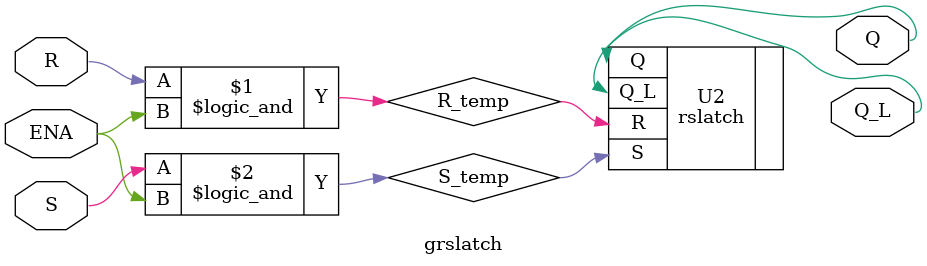
<source format=v>
`timescale 1ns / 1ps
module grslatch(
		input ENA,
		input R,
		input S,
		output Q,
		output Q_L
    );
	 
	 wire R_temp, S_temp;
	 assign #10 R_temp = R && ENA;
	 assign #10 S_temp = S && ENA;

	 rslatch U2(.R(R_temp), .S(S_temp), .Q(Q), .Q_L(Q_L));


endmodule

</source>
